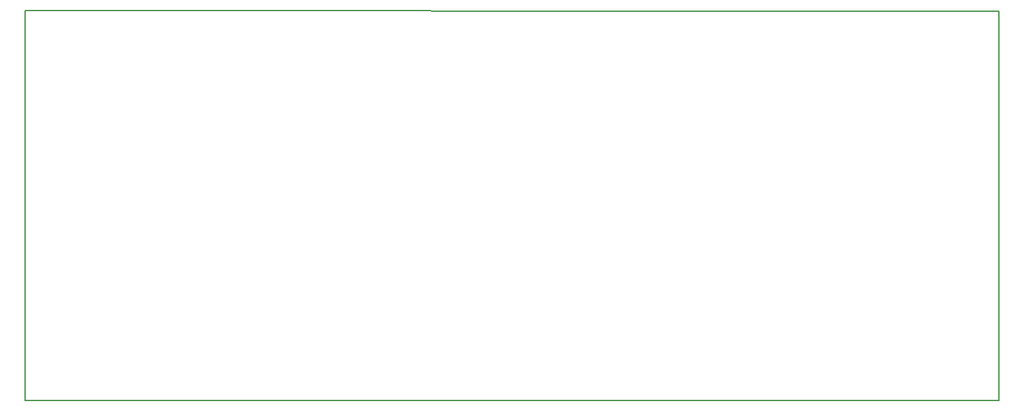
<source format=gbr>
G04 #@! TF.FileFunction,Profile,NP*
%FSLAX46Y46*%
G04 Gerber Fmt 4.6, Leading zero omitted, Abs format (unit mm)*
G04 Created by KiCad (PCBNEW (2015-12-07 BZR 6352)-product) date Tue 16 Feb 2016 10:07:43 PM EST*
%MOMM*%
G01*
G04 APERTURE LIST*
%ADD10C,0.100000*%
%ADD11C,0.150000*%
G04 APERTURE END LIST*
D10*
D11*
X0Y38000D02*
X0Y25038000D01*
X124920000Y38000D02*
X0Y0D01*
X124920000Y50038000D02*
X124920000Y38000D01*
X104920000Y50038000D02*
X124920000Y50038000D01*
X0Y50165000D02*
X104920000Y50038000D01*
X0Y25038000D02*
X0Y50038000D01*
M02*

</source>
